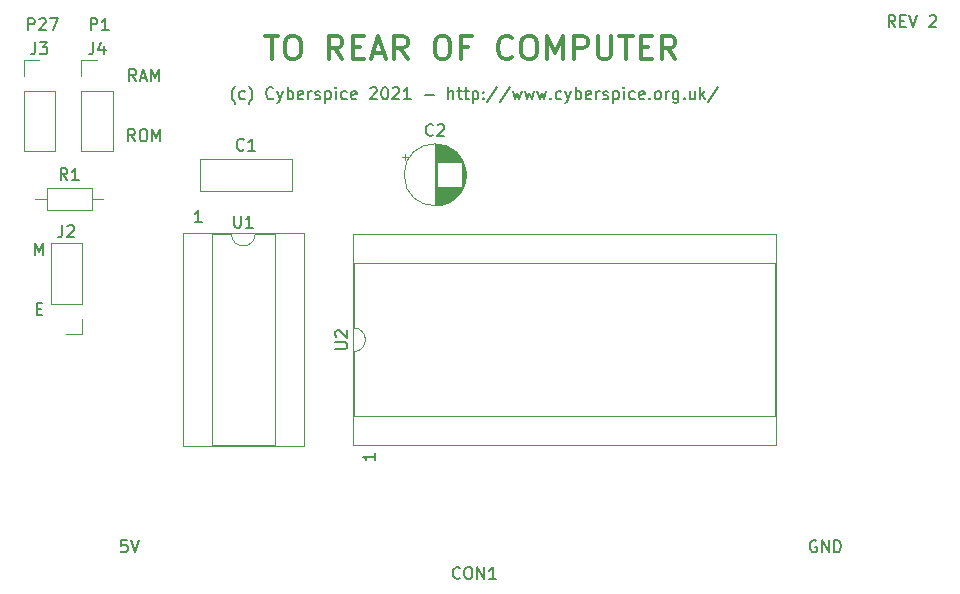
<source format=gbr>
%TF.GenerationSoftware,KiCad,Pcbnew,(5.1.9-0-10_14)*%
%TF.CreationDate,2022-01-29T10:24:00+00:00*%
%TF.ProjectId,SimpleRamFlashCartridge,53696d70-6c65-4526-916d-466c61736843,rev?*%
%TF.SameCoordinates,Original*%
%TF.FileFunction,Legend,Top*%
%TF.FilePolarity,Positive*%
%FSLAX46Y46*%
G04 Gerber Fmt 4.6, Leading zero omitted, Abs format (unit mm)*
G04 Created by KiCad (PCBNEW (5.1.9-0-10_14)) date 2022-01-29 10:24:00*
%MOMM*%
%LPD*%
G01*
G04 APERTURE LIST*
%ADD10C,0.150000*%
%ADD11C,0.300000*%
%ADD12C,0.120000*%
G04 APERTURE END LIST*
D10*
X157535714Y-70302380D02*
X157535714Y-69302380D01*
X157916666Y-69302380D01*
X158011904Y-69350000D01*
X158059523Y-69397619D01*
X158107142Y-69492857D01*
X158107142Y-69635714D01*
X158059523Y-69730952D01*
X158011904Y-69778571D01*
X157916666Y-69826190D01*
X157535714Y-69826190D01*
X158488095Y-69397619D02*
X158535714Y-69350000D01*
X158630952Y-69302380D01*
X158869047Y-69302380D01*
X158964285Y-69350000D01*
X159011904Y-69397619D01*
X159059523Y-69492857D01*
X159059523Y-69588095D01*
X159011904Y-69730952D01*
X158440476Y-70302380D01*
X159059523Y-70302380D01*
X159392857Y-69302380D02*
X160059523Y-69302380D01*
X159630952Y-70302380D01*
X162837904Y-70302380D02*
X162837904Y-69302380D01*
X163218857Y-69302380D01*
X163314095Y-69350000D01*
X163361714Y-69397619D01*
X163409333Y-69492857D01*
X163409333Y-69635714D01*
X163361714Y-69730952D01*
X163314095Y-69778571D01*
X163218857Y-69826190D01*
X162837904Y-69826190D01*
X164361714Y-70302380D02*
X163790285Y-70302380D01*
X164076000Y-70302380D02*
X164076000Y-69302380D01*
X163980761Y-69445238D01*
X163885523Y-69540476D01*
X163790285Y-69588095D01*
X172243714Y-86558380D02*
X171672285Y-86558380D01*
X171958000Y-86558380D02*
X171958000Y-85558380D01*
X171862761Y-85701238D01*
X171767523Y-85796476D01*
X171672285Y-85844095D01*
X186888380Y-106140285D02*
X186888380Y-106711714D01*
X186888380Y-106426000D02*
X185888380Y-106426000D01*
X186031238Y-106521238D01*
X186126476Y-106616476D01*
X186174095Y-106711714D01*
X230981428Y-70048380D02*
X230648095Y-69572190D01*
X230410000Y-70048380D02*
X230410000Y-69048380D01*
X230790952Y-69048380D01*
X230886190Y-69096000D01*
X230933809Y-69143619D01*
X230981428Y-69238857D01*
X230981428Y-69381714D01*
X230933809Y-69476952D01*
X230886190Y-69524571D01*
X230790952Y-69572190D01*
X230410000Y-69572190D01*
X231410000Y-69524571D02*
X231743333Y-69524571D01*
X231886190Y-70048380D02*
X231410000Y-70048380D01*
X231410000Y-69048380D01*
X231886190Y-69048380D01*
X232171904Y-69048380D02*
X232505238Y-70048380D01*
X232838571Y-69048380D01*
X233886190Y-69143619D02*
X233933809Y-69096000D01*
X234029047Y-69048380D01*
X234267142Y-69048380D01*
X234362380Y-69096000D01*
X234410000Y-69143619D01*
X234457619Y-69238857D01*
X234457619Y-69334095D01*
X234410000Y-69476952D01*
X233838571Y-70048380D01*
X234457619Y-70048380D01*
X175087904Y-76525333D02*
X175040285Y-76477714D01*
X174945047Y-76334857D01*
X174897428Y-76239619D01*
X174849809Y-76096761D01*
X174802190Y-75858666D01*
X174802190Y-75668190D01*
X174849809Y-75430095D01*
X174897428Y-75287238D01*
X174945047Y-75192000D01*
X175040285Y-75049142D01*
X175087904Y-75001523D01*
X175897428Y-76096761D02*
X175802190Y-76144380D01*
X175611714Y-76144380D01*
X175516476Y-76096761D01*
X175468857Y-76049142D01*
X175421238Y-75953904D01*
X175421238Y-75668190D01*
X175468857Y-75572952D01*
X175516476Y-75525333D01*
X175611714Y-75477714D01*
X175802190Y-75477714D01*
X175897428Y-75525333D01*
X176230761Y-76525333D02*
X176278380Y-76477714D01*
X176373619Y-76334857D01*
X176421238Y-76239619D01*
X176468857Y-76096761D01*
X176516476Y-75858666D01*
X176516476Y-75668190D01*
X176468857Y-75430095D01*
X176421238Y-75287238D01*
X176373619Y-75192000D01*
X176278380Y-75049142D01*
X176230761Y-75001523D01*
X178326000Y-76049142D02*
X178278380Y-76096761D01*
X178135523Y-76144380D01*
X178040285Y-76144380D01*
X177897428Y-76096761D01*
X177802190Y-76001523D01*
X177754571Y-75906285D01*
X177706952Y-75715809D01*
X177706952Y-75572952D01*
X177754571Y-75382476D01*
X177802190Y-75287238D01*
X177897428Y-75192000D01*
X178040285Y-75144380D01*
X178135523Y-75144380D01*
X178278380Y-75192000D01*
X178326000Y-75239619D01*
X178659333Y-75477714D02*
X178897428Y-76144380D01*
X179135523Y-75477714D02*
X178897428Y-76144380D01*
X178802190Y-76382476D01*
X178754571Y-76430095D01*
X178659333Y-76477714D01*
X179516476Y-76144380D02*
X179516476Y-75144380D01*
X179516476Y-75525333D02*
X179611714Y-75477714D01*
X179802190Y-75477714D01*
X179897428Y-75525333D01*
X179945047Y-75572952D01*
X179992666Y-75668190D01*
X179992666Y-75953904D01*
X179945047Y-76049142D01*
X179897428Y-76096761D01*
X179802190Y-76144380D01*
X179611714Y-76144380D01*
X179516476Y-76096761D01*
X180802190Y-76096761D02*
X180706952Y-76144380D01*
X180516476Y-76144380D01*
X180421238Y-76096761D01*
X180373619Y-76001523D01*
X180373619Y-75620571D01*
X180421238Y-75525333D01*
X180516476Y-75477714D01*
X180706952Y-75477714D01*
X180802190Y-75525333D01*
X180849809Y-75620571D01*
X180849809Y-75715809D01*
X180373619Y-75811047D01*
X181278380Y-76144380D02*
X181278380Y-75477714D01*
X181278380Y-75668190D02*
X181326000Y-75572952D01*
X181373619Y-75525333D01*
X181468857Y-75477714D01*
X181564095Y-75477714D01*
X181849809Y-76096761D02*
X181945047Y-76144380D01*
X182135523Y-76144380D01*
X182230761Y-76096761D01*
X182278380Y-76001523D01*
X182278380Y-75953904D01*
X182230761Y-75858666D01*
X182135523Y-75811047D01*
X181992666Y-75811047D01*
X181897428Y-75763428D01*
X181849809Y-75668190D01*
X181849809Y-75620571D01*
X181897428Y-75525333D01*
X181992666Y-75477714D01*
X182135523Y-75477714D01*
X182230761Y-75525333D01*
X182706952Y-75477714D02*
X182706952Y-76477714D01*
X182706952Y-75525333D02*
X182802190Y-75477714D01*
X182992666Y-75477714D01*
X183087904Y-75525333D01*
X183135523Y-75572952D01*
X183183142Y-75668190D01*
X183183142Y-75953904D01*
X183135523Y-76049142D01*
X183087904Y-76096761D01*
X182992666Y-76144380D01*
X182802190Y-76144380D01*
X182706952Y-76096761D01*
X183611714Y-76144380D02*
X183611714Y-75477714D01*
X183611714Y-75144380D02*
X183564095Y-75192000D01*
X183611714Y-75239619D01*
X183659333Y-75192000D01*
X183611714Y-75144380D01*
X183611714Y-75239619D01*
X184516476Y-76096761D02*
X184421238Y-76144380D01*
X184230761Y-76144380D01*
X184135523Y-76096761D01*
X184087904Y-76049142D01*
X184040285Y-75953904D01*
X184040285Y-75668190D01*
X184087904Y-75572952D01*
X184135523Y-75525333D01*
X184230761Y-75477714D01*
X184421238Y-75477714D01*
X184516476Y-75525333D01*
X185326000Y-76096761D02*
X185230761Y-76144380D01*
X185040285Y-76144380D01*
X184945047Y-76096761D01*
X184897428Y-76001523D01*
X184897428Y-75620571D01*
X184945047Y-75525333D01*
X185040285Y-75477714D01*
X185230761Y-75477714D01*
X185326000Y-75525333D01*
X185373619Y-75620571D01*
X185373619Y-75715809D01*
X184897428Y-75811047D01*
X186516476Y-75239619D02*
X186564095Y-75192000D01*
X186659333Y-75144380D01*
X186897428Y-75144380D01*
X186992666Y-75192000D01*
X187040285Y-75239619D01*
X187087904Y-75334857D01*
X187087904Y-75430095D01*
X187040285Y-75572952D01*
X186468857Y-76144380D01*
X187087904Y-76144380D01*
X187706952Y-75144380D02*
X187802190Y-75144380D01*
X187897428Y-75192000D01*
X187945047Y-75239619D01*
X187992666Y-75334857D01*
X188040285Y-75525333D01*
X188040285Y-75763428D01*
X187992666Y-75953904D01*
X187945047Y-76049142D01*
X187897428Y-76096761D01*
X187802190Y-76144380D01*
X187706952Y-76144380D01*
X187611714Y-76096761D01*
X187564095Y-76049142D01*
X187516476Y-75953904D01*
X187468857Y-75763428D01*
X187468857Y-75525333D01*
X187516476Y-75334857D01*
X187564095Y-75239619D01*
X187611714Y-75192000D01*
X187706952Y-75144380D01*
X188421238Y-75239619D02*
X188468857Y-75192000D01*
X188564095Y-75144380D01*
X188802190Y-75144380D01*
X188897428Y-75192000D01*
X188945047Y-75239619D01*
X188992666Y-75334857D01*
X188992666Y-75430095D01*
X188945047Y-75572952D01*
X188373619Y-76144380D01*
X188992666Y-76144380D01*
X189945047Y-76144380D02*
X189373619Y-76144380D01*
X189659333Y-76144380D02*
X189659333Y-75144380D01*
X189564095Y-75287238D01*
X189468857Y-75382476D01*
X189373619Y-75430095D01*
X191135523Y-75763428D02*
X191897428Y-75763428D01*
X193135523Y-76144380D02*
X193135523Y-75144380D01*
X193564095Y-76144380D02*
X193564095Y-75620571D01*
X193516476Y-75525333D01*
X193421238Y-75477714D01*
X193278380Y-75477714D01*
X193183142Y-75525333D01*
X193135523Y-75572952D01*
X193897428Y-75477714D02*
X194278380Y-75477714D01*
X194040285Y-75144380D02*
X194040285Y-76001523D01*
X194087904Y-76096761D01*
X194183142Y-76144380D01*
X194278380Y-76144380D01*
X194468857Y-75477714D02*
X194849809Y-75477714D01*
X194611714Y-75144380D02*
X194611714Y-76001523D01*
X194659333Y-76096761D01*
X194754571Y-76144380D01*
X194849809Y-76144380D01*
X195183142Y-75477714D02*
X195183142Y-76477714D01*
X195183142Y-75525333D02*
X195278380Y-75477714D01*
X195468857Y-75477714D01*
X195564095Y-75525333D01*
X195611714Y-75572952D01*
X195659333Y-75668190D01*
X195659333Y-75953904D01*
X195611714Y-76049142D01*
X195564095Y-76096761D01*
X195468857Y-76144380D01*
X195278380Y-76144380D01*
X195183142Y-76096761D01*
X196087904Y-76049142D02*
X196135523Y-76096761D01*
X196087904Y-76144380D01*
X196040285Y-76096761D01*
X196087904Y-76049142D01*
X196087904Y-76144380D01*
X196087904Y-75525333D02*
X196135523Y-75572952D01*
X196087904Y-75620571D01*
X196040285Y-75572952D01*
X196087904Y-75525333D01*
X196087904Y-75620571D01*
X197278380Y-75096761D02*
X196421238Y-76382476D01*
X198326000Y-75096761D02*
X197468857Y-76382476D01*
X198564095Y-75477714D02*
X198754571Y-76144380D01*
X198945047Y-75668190D01*
X199135523Y-76144380D01*
X199326000Y-75477714D01*
X199611714Y-75477714D02*
X199802190Y-76144380D01*
X199992666Y-75668190D01*
X200183142Y-76144380D01*
X200373619Y-75477714D01*
X200659333Y-75477714D02*
X200849809Y-76144380D01*
X201040285Y-75668190D01*
X201230761Y-76144380D01*
X201421238Y-75477714D01*
X201802190Y-76049142D02*
X201849809Y-76096761D01*
X201802190Y-76144380D01*
X201754571Y-76096761D01*
X201802190Y-76049142D01*
X201802190Y-76144380D01*
X202706952Y-76096761D02*
X202611714Y-76144380D01*
X202421238Y-76144380D01*
X202326000Y-76096761D01*
X202278380Y-76049142D01*
X202230761Y-75953904D01*
X202230761Y-75668190D01*
X202278380Y-75572952D01*
X202326000Y-75525333D01*
X202421238Y-75477714D01*
X202611714Y-75477714D01*
X202706952Y-75525333D01*
X203040285Y-75477714D02*
X203278380Y-76144380D01*
X203516476Y-75477714D02*
X203278380Y-76144380D01*
X203183142Y-76382476D01*
X203135523Y-76430095D01*
X203040285Y-76477714D01*
X203897428Y-76144380D02*
X203897428Y-75144380D01*
X203897428Y-75525333D02*
X203992666Y-75477714D01*
X204183142Y-75477714D01*
X204278380Y-75525333D01*
X204326000Y-75572952D01*
X204373619Y-75668190D01*
X204373619Y-75953904D01*
X204326000Y-76049142D01*
X204278380Y-76096761D01*
X204183142Y-76144380D01*
X203992666Y-76144380D01*
X203897428Y-76096761D01*
X205183142Y-76096761D02*
X205087904Y-76144380D01*
X204897428Y-76144380D01*
X204802190Y-76096761D01*
X204754571Y-76001523D01*
X204754571Y-75620571D01*
X204802190Y-75525333D01*
X204897428Y-75477714D01*
X205087904Y-75477714D01*
X205183142Y-75525333D01*
X205230761Y-75620571D01*
X205230761Y-75715809D01*
X204754571Y-75811047D01*
X205659333Y-76144380D02*
X205659333Y-75477714D01*
X205659333Y-75668190D02*
X205706952Y-75572952D01*
X205754571Y-75525333D01*
X205849809Y-75477714D01*
X205945047Y-75477714D01*
X206230761Y-76096761D02*
X206326000Y-76144380D01*
X206516476Y-76144380D01*
X206611714Y-76096761D01*
X206659333Y-76001523D01*
X206659333Y-75953904D01*
X206611714Y-75858666D01*
X206516476Y-75811047D01*
X206373619Y-75811047D01*
X206278380Y-75763428D01*
X206230761Y-75668190D01*
X206230761Y-75620571D01*
X206278380Y-75525333D01*
X206373619Y-75477714D01*
X206516476Y-75477714D01*
X206611714Y-75525333D01*
X207087904Y-75477714D02*
X207087904Y-76477714D01*
X207087904Y-75525333D02*
X207183142Y-75477714D01*
X207373619Y-75477714D01*
X207468857Y-75525333D01*
X207516476Y-75572952D01*
X207564095Y-75668190D01*
X207564095Y-75953904D01*
X207516476Y-76049142D01*
X207468857Y-76096761D01*
X207373619Y-76144380D01*
X207183142Y-76144380D01*
X207087904Y-76096761D01*
X207992666Y-76144380D02*
X207992666Y-75477714D01*
X207992666Y-75144380D02*
X207945047Y-75192000D01*
X207992666Y-75239619D01*
X208040285Y-75192000D01*
X207992666Y-75144380D01*
X207992666Y-75239619D01*
X208897428Y-76096761D02*
X208802190Y-76144380D01*
X208611714Y-76144380D01*
X208516476Y-76096761D01*
X208468857Y-76049142D01*
X208421238Y-75953904D01*
X208421238Y-75668190D01*
X208468857Y-75572952D01*
X208516476Y-75525333D01*
X208611714Y-75477714D01*
X208802190Y-75477714D01*
X208897428Y-75525333D01*
X209706952Y-76096761D02*
X209611714Y-76144380D01*
X209421238Y-76144380D01*
X209326000Y-76096761D01*
X209278380Y-76001523D01*
X209278380Y-75620571D01*
X209326000Y-75525333D01*
X209421238Y-75477714D01*
X209611714Y-75477714D01*
X209706952Y-75525333D01*
X209754571Y-75620571D01*
X209754571Y-75715809D01*
X209278380Y-75811047D01*
X210183142Y-76049142D02*
X210230761Y-76096761D01*
X210183142Y-76144380D01*
X210135523Y-76096761D01*
X210183142Y-76049142D01*
X210183142Y-76144380D01*
X210802190Y-76144380D02*
X210706952Y-76096761D01*
X210659333Y-76049142D01*
X210611714Y-75953904D01*
X210611714Y-75668190D01*
X210659333Y-75572952D01*
X210706952Y-75525333D01*
X210802190Y-75477714D01*
X210945047Y-75477714D01*
X211040285Y-75525333D01*
X211087904Y-75572952D01*
X211135523Y-75668190D01*
X211135523Y-75953904D01*
X211087904Y-76049142D01*
X211040285Y-76096761D01*
X210945047Y-76144380D01*
X210802190Y-76144380D01*
X211564095Y-76144380D02*
X211564095Y-75477714D01*
X211564095Y-75668190D02*
X211611714Y-75572952D01*
X211659333Y-75525333D01*
X211754571Y-75477714D01*
X211849809Y-75477714D01*
X212611714Y-75477714D02*
X212611714Y-76287238D01*
X212564095Y-76382476D01*
X212516476Y-76430095D01*
X212421238Y-76477714D01*
X212278380Y-76477714D01*
X212183142Y-76430095D01*
X212611714Y-76096761D02*
X212516476Y-76144380D01*
X212326000Y-76144380D01*
X212230761Y-76096761D01*
X212183142Y-76049142D01*
X212135523Y-75953904D01*
X212135523Y-75668190D01*
X212183142Y-75572952D01*
X212230761Y-75525333D01*
X212326000Y-75477714D01*
X212516476Y-75477714D01*
X212611714Y-75525333D01*
X213087904Y-76049142D02*
X213135523Y-76096761D01*
X213087904Y-76144380D01*
X213040285Y-76096761D01*
X213087904Y-76049142D01*
X213087904Y-76144380D01*
X213992666Y-75477714D02*
X213992666Y-76144380D01*
X213564095Y-75477714D02*
X213564095Y-76001523D01*
X213611714Y-76096761D01*
X213706952Y-76144380D01*
X213849809Y-76144380D01*
X213945047Y-76096761D01*
X213992666Y-76049142D01*
X214468857Y-76144380D02*
X214468857Y-75144380D01*
X214564095Y-75763428D02*
X214849809Y-76144380D01*
X214849809Y-75477714D02*
X214468857Y-75858666D01*
X215992666Y-75096761D02*
X215135523Y-76382476D01*
X165925523Y-113498380D02*
X165449333Y-113498380D01*
X165401714Y-113974571D01*
X165449333Y-113926952D01*
X165544571Y-113879333D01*
X165782666Y-113879333D01*
X165877904Y-113926952D01*
X165925523Y-113974571D01*
X165973142Y-114069809D01*
X165973142Y-114307904D01*
X165925523Y-114403142D01*
X165877904Y-114450761D01*
X165782666Y-114498380D01*
X165544571Y-114498380D01*
X165449333Y-114450761D01*
X165401714Y-114403142D01*
X166258857Y-113498380D02*
X166592190Y-114498380D01*
X166925523Y-113498380D01*
X224282095Y-113546000D02*
X224186857Y-113498380D01*
X224044000Y-113498380D01*
X223901142Y-113546000D01*
X223805904Y-113641238D01*
X223758285Y-113736476D01*
X223710666Y-113926952D01*
X223710666Y-114069809D01*
X223758285Y-114260285D01*
X223805904Y-114355523D01*
X223901142Y-114450761D01*
X224044000Y-114498380D01*
X224139238Y-114498380D01*
X224282095Y-114450761D01*
X224329714Y-114403142D01*
X224329714Y-114069809D01*
X224139238Y-114069809D01*
X224758285Y-114498380D02*
X224758285Y-113498380D01*
X225329714Y-114498380D01*
X225329714Y-113498380D01*
X225805904Y-114498380D02*
X225805904Y-113498380D01*
X226044000Y-113498380D01*
X226186857Y-113546000D01*
X226282095Y-113641238D01*
X226329714Y-113736476D01*
X226377333Y-113926952D01*
X226377333Y-114069809D01*
X226329714Y-114260285D01*
X226282095Y-114355523D01*
X226186857Y-114450761D01*
X226044000Y-114498380D01*
X225805904Y-114498380D01*
X166600285Y-79700380D02*
X166266952Y-79224190D01*
X166028857Y-79700380D02*
X166028857Y-78700380D01*
X166409809Y-78700380D01*
X166505047Y-78748000D01*
X166552666Y-78795619D01*
X166600285Y-78890857D01*
X166600285Y-79033714D01*
X166552666Y-79128952D01*
X166505047Y-79176571D01*
X166409809Y-79224190D01*
X166028857Y-79224190D01*
X167219333Y-78700380D02*
X167409809Y-78700380D01*
X167505047Y-78748000D01*
X167600285Y-78843238D01*
X167647904Y-79033714D01*
X167647904Y-79367047D01*
X167600285Y-79557523D01*
X167505047Y-79652761D01*
X167409809Y-79700380D01*
X167219333Y-79700380D01*
X167124095Y-79652761D01*
X167028857Y-79557523D01*
X166981238Y-79367047D01*
X166981238Y-79033714D01*
X167028857Y-78843238D01*
X167124095Y-78748000D01*
X167219333Y-78700380D01*
X168076476Y-79700380D02*
X168076476Y-78700380D01*
X168409809Y-79414666D01*
X168743142Y-78700380D01*
X168743142Y-79700380D01*
X166695523Y-74620380D02*
X166362190Y-74144190D01*
X166124095Y-74620380D02*
X166124095Y-73620380D01*
X166505047Y-73620380D01*
X166600285Y-73668000D01*
X166647904Y-73715619D01*
X166695523Y-73810857D01*
X166695523Y-73953714D01*
X166647904Y-74048952D01*
X166600285Y-74096571D01*
X166505047Y-74144190D01*
X166124095Y-74144190D01*
X167076476Y-74334666D02*
X167552666Y-74334666D01*
X166981238Y-74620380D02*
X167314571Y-73620380D01*
X167647904Y-74620380D01*
X167981238Y-74620380D02*
X167981238Y-73620380D01*
X168314571Y-74334666D01*
X168647904Y-73620380D01*
X168647904Y-74620380D01*
X158281714Y-93908571D02*
X158615047Y-93908571D01*
X158757904Y-94432380D02*
X158281714Y-94432380D01*
X158281714Y-93432380D01*
X158757904Y-93432380D01*
X158162666Y-89352380D02*
X158162666Y-88352380D01*
X158496000Y-89066666D01*
X158829333Y-88352380D01*
X158829333Y-89352380D01*
D11*
X177595809Y-70786761D02*
X178738666Y-70786761D01*
X178167238Y-72786761D02*
X178167238Y-70786761D01*
X179786285Y-70786761D02*
X180167238Y-70786761D01*
X180357714Y-70882000D01*
X180548190Y-71072476D01*
X180643428Y-71453428D01*
X180643428Y-72120095D01*
X180548190Y-72501047D01*
X180357714Y-72691523D01*
X180167238Y-72786761D01*
X179786285Y-72786761D01*
X179595809Y-72691523D01*
X179405333Y-72501047D01*
X179310095Y-72120095D01*
X179310095Y-71453428D01*
X179405333Y-71072476D01*
X179595809Y-70882000D01*
X179786285Y-70786761D01*
X184167238Y-72786761D02*
X183500571Y-71834380D01*
X183024380Y-72786761D02*
X183024380Y-70786761D01*
X183786285Y-70786761D01*
X183976761Y-70882000D01*
X184072000Y-70977238D01*
X184167238Y-71167714D01*
X184167238Y-71453428D01*
X184072000Y-71643904D01*
X183976761Y-71739142D01*
X183786285Y-71834380D01*
X183024380Y-71834380D01*
X185024380Y-71739142D02*
X185691047Y-71739142D01*
X185976761Y-72786761D02*
X185024380Y-72786761D01*
X185024380Y-70786761D01*
X185976761Y-70786761D01*
X186738666Y-72215333D02*
X187691047Y-72215333D01*
X186548190Y-72786761D02*
X187214857Y-70786761D01*
X187881523Y-72786761D01*
X189691047Y-72786761D02*
X189024380Y-71834380D01*
X188548190Y-72786761D02*
X188548190Y-70786761D01*
X189310095Y-70786761D01*
X189500571Y-70882000D01*
X189595809Y-70977238D01*
X189691047Y-71167714D01*
X189691047Y-71453428D01*
X189595809Y-71643904D01*
X189500571Y-71739142D01*
X189310095Y-71834380D01*
X188548190Y-71834380D01*
X192452952Y-70786761D02*
X192833904Y-70786761D01*
X193024380Y-70882000D01*
X193214857Y-71072476D01*
X193310095Y-71453428D01*
X193310095Y-72120095D01*
X193214857Y-72501047D01*
X193024380Y-72691523D01*
X192833904Y-72786761D01*
X192452952Y-72786761D01*
X192262476Y-72691523D01*
X192072000Y-72501047D01*
X191976761Y-72120095D01*
X191976761Y-71453428D01*
X192072000Y-71072476D01*
X192262476Y-70882000D01*
X192452952Y-70786761D01*
X194833904Y-71739142D02*
X194167238Y-71739142D01*
X194167238Y-72786761D02*
X194167238Y-70786761D01*
X195119619Y-70786761D01*
X198548190Y-72596285D02*
X198452952Y-72691523D01*
X198167238Y-72786761D01*
X197976761Y-72786761D01*
X197691047Y-72691523D01*
X197500571Y-72501047D01*
X197405333Y-72310571D01*
X197310095Y-71929619D01*
X197310095Y-71643904D01*
X197405333Y-71262952D01*
X197500571Y-71072476D01*
X197691047Y-70882000D01*
X197976761Y-70786761D01*
X198167238Y-70786761D01*
X198452952Y-70882000D01*
X198548190Y-70977238D01*
X199786285Y-70786761D02*
X200167238Y-70786761D01*
X200357714Y-70882000D01*
X200548190Y-71072476D01*
X200643428Y-71453428D01*
X200643428Y-72120095D01*
X200548190Y-72501047D01*
X200357714Y-72691523D01*
X200167238Y-72786761D01*
X199786285Y-72786761D01*
X199595809Y-72691523D01*
X199405333Y-72501047D01*
X199310095Y-72120095D01*
X199310095Y-71453428D01*
X199405333Y-71072476D01*
X199595809Y-70882000D01*
X199786285Y-70786761D01*
X201500571Y-72786761D02*
X201500571Y-70786761D01*
X202167238Y-72215333D01*
X202833904Y-70786761D01*
X202833904Y-72786761D01*
X203786285Y-72786761D02*
X203786285Y-70786761D01*
X204548190Y-70786761D01*
X204738666Y-70882000D01*
X204833904Y-70977238D01*
X204929142Y-71167714D01*
X204929142Y-71453428D01*
X204833904Y-71643904D01*
X204738666Y-71739142D01*
X204548190Y-71834380D01*
X203786285Y-71834380D01*
X205786285Y-70786761D02*
X205786285Y-72405809D01*
X205881523Y-72596285D01*
X205976761Y-72691523D01*
X206167238Y-72786761D01*
X206548190Y-72786761D01*
X206738666Y-72691523D01*
X206833904Y-72596285D01*
X206929142Y-72405809D01*
X206929142Y-70786761D01*
X207595809Y-70786761D02*
X208738666Y-70786761D01*
X208167238Y-72786761D02*
X208167238Y-70786761D01*
X209405333Y-71739142D02*
X210072000Y-71739142D01*
X210357714Y-72786761D02*
X209405333Y-72786761D01*
X209405333Y-70786761D01*
X210357714Y-70786761D01*
X212357714Y-72786761D02*
X211691047Y-71834380D01*
X211214857Y-72786761D02*
X211214857Y-70786761D01*
X211976761Y-70786761D01*
X212167238Y-70882000D01*
X212262476Y-70977238D01*
X212357714Y-71167714D01*
X212357714Y-71453428D01*
X212262476Y-71643904D01*
X212167238Y-71739142D01*
X211976761Y-71834380D01*
X211214857Y-71834380D01*
D12*
%TO.C,C2*%
X189449225Y-80825000D02*
X189449225Y-81325000D01*
X189199225Y-81075000D02*
X189699225Y-81075000D01*
X194605000Y-82266000D02*
X194605000Y-82834000D01*
X194565000Y-82032000D02*
X194565000Y-83068000D01*
X194525000Y-81873000D02*
X194525000Y-83227000D01*
X194485000Y-81745000D02*
X194485000Y-83355000D01*
X194445000Y-81635000D02*
X194445000Y-83465000D01*
X194405000Y-81539000D02*
X194405000Y-83561000D01*
X194365000Y-81452000D02*
X194365000Y-83648000D01*
X194325000Y-81372000D02*
X194325000Y-83728000D01*
X194285000Y-83590000D02*
X194285000Y-83801000D01*
X194285000Y-81299000D02*
X194285000Y-81510000D01*
X194245000Y-83590000D02*
X194245000Y-83869000D01*
X194245000Y-81231000D02*
X194245000Y-81510000D01*
X194205000Y-83590000D02*
X194205000Y-83933000D01*
X194205000Y-81167000D02*
X194205000Y-81510000D01*
X194165000Y-83590000D02*
X194165000Y-83993000D01*
X194165000Y-81107000D02*
X194165000Y-81510000D01*
X194125000Y-83590000D02*
X194125000Y-84050000D01*
X194125000Y-81050000D02*
X194125000Y-81510000D01*
X194085000Y-83590000D02*
X194085000Y-84104000D01*
X194085000Y-80996000D02*
X194085000Y-81510000D01*
X194045000Y-83590000D02*
X194045000Y-84155000D01*
X194045000Y-80945000D02*
X194045000Y-81510000D01*
X194005000Y-83590000D02*
X194005000Y-84203000D01*
X194005000Y-80897000D02*
X194005000Y-81510000D01*
X193965000Y-83590000D02*
X193965000Y-84249000D01*
X193965000Y-80851000D02*
X193965000Y-81510000D01*
X193925000Y-83590000D02*
X193925000Y-84293000D01*
X193925000Y-80807000D02*
X193925000Y-81510000D01*
X193885000Y-83590000D02*
X193885000Y-84335000D01*
X193885000Y-80765000D02*
X193885000Y-81510000D01*
X193845000Y-83590000D02*
X193845000Y-84376000D01*
X193845000Y-80724000D02*
X193845000Y-81510000D01*
X193805000Y-83590000D02*
X193805000Y-84414000D01*
X193805000Y-80686000D02*
X193805000Y-81510000D01*
X193765000Y-83590000D02*
X193765000Y-84451000D01*
X193765000Y-80649000D02*
X193765000Y-81510000D01*
X193725000Y-83590000D02*
X193725000Y-84487000D01*
X193725000Y-80613000D02*
X193725000Y-81510000D01*
X193685000Y-83590000D02*
X193685000Y-84521000D01*
X193685000Y-80579000D02*
X193685000Y-81510000D01*
X193645000Y-83590000D02*
X193645000Y-84554000D01*
X193645000Y-80546000D02*
X193645000Y-81510000D01*
X193605000Y-83590000D02*
X193605000Y-84585000D01*
X193605000Y-80515000D02*
X193605000Y-81510000D01*
X193565000Y-83590000D02*
X193565000Y-84615000D01*
X193565000Y-80485000D02*
X193565000Y-81510000D01*
X193525000Y-83590000D02*
X193525000Y-84645000D01*
X193525000Y-80455000D02*
X193525000Y-81510000D01*
X193485000Y-83590000D02*
X193485000Y-84672000D01*
X193485000Y-80428000D02*
X193485000Y-81510000D01*
X193445000Y-83590000D02*
X193445000Y-84699000D01*
X193445000Y-80401000D02*
X193445000Y-81510000D01*
X193405000Y-83590000D02*
X193405000Y-84725000D01*
X193405000Y-80375000D02*
X193405000Y-81510000D01*
X193365000Y-83590000D02*
X193365000Y-84750000D01*
X193365000Y-80350000D02*
X193365000Y-81510000D01*
X193325000Y-83590000D02*
X193325000Y-84774000D01*
X193325000Y-80326000D02*
X193325000Y-81510000D01*
X193285000Y-83590000D02*
X193285000Y-84797000D01*
X193285000Y-80303000D02*
X193285000Y-81510000D01*
X193245000Y-83590000D02*
X193245000Y-84818000D01*
X193245000Y-80282000D02*
X193245000Y-81510000D01*
X193205000Y-83590000D02*
X193205000Y-84840000D01*
X193205000Y-80260000D02*
X193205000Y-81510000D01*
X193165000Y-83590000D02*
X193165000Y-84860000D01*
X193165000Y-80240000D02*
X193165000Y-81510000D01*
X193125000Y-83590000D02*
X193125000Y-84879000D01*
X193125000Y-80221000D02*
X193125000Y-81510000D01*
X193085000Y-83590000D02*
X193085000Y-84898000D01*
X193085000Y-80202000D02*
X193085000Y-81510000D01*
X193045000Y-83590000D02*
X193045000Y-84915000D01*
X193045000Y-80185000D02*
X193045000Y-81510000D01*
X193005000Y-83590000D02*
X193005000Y-84932000D01*
X193005000Y-80168000D02*
X193005000Y-81510000D01*
X192965000Y-83590000D02*
X192965000Y-84948000D01*
X192965000Y-80152000D02*
X192965000Y-81510000D01*
X192925000Y-83590000D02*
X192925000Y-84964000D01*
X192925000Y-80136000D02*
X192925000Y-81510000D01*
X192885000Y-83590000D02*
X192885000Y-84978000D01*
X192885000Y-80122000D02*
X192885000Y-81510000D01*
X192845000Y-83590000D02*
X192845000Y-84992000D01*
X192845000Y-80108000D02*
X192845000Y-81510000D01*
X192805000Y-83590000D02*
X192805000Y-85005000D01*
X192805000Y-80095000D02*
X192805000Y-81510000D01*
X192765000Y-83590000D02*
X192765000Y-85018000D01*
X192765000Y-80082000D02*
X192765000Y-81510000D01*
X192725000Y-83590000D02*
X192725000Y-85030000D01*
X192725000Y-80070000D02*
X192725000Y-81510000D01*
X192684000Y-83590000D02*
X192684000Y-85041000D01*
X192684000Y-80059000D02*
X192684000Y-81510000D01*
X192644000Y-83590000D02*
X192644000Y-85051000D01*
X192644000Y-80049000D02*
X192644000Y-81510000D01*
X192604000Y-83590000D02*
X192604000Y-85061000D01*
X192604000Y-80039000D02*
X192604000Y-81510000D01*
X192564000Y-83590000D02*
X192564000Y-85070000D01*
X192564000Y-80030000D02*
X192564000Y-81510000D01*
X192524000Y-83590000D02*
X192524000Y-85078000D01*
X192524000Y-80022000D02*
X192524000Y-81510000D01*
X192484000Y-83590000D02*
X192484000Y-85086000D01*
X192484000Y-80014000D02*
X192484000Y-81510000D01*
X192444000Y-83590000D02*
X192444000Y-85093000D01*
X192444000Y-80007000D02*
X192444000Y-81510000D01*
X192404000Y-83590000D02*
X192404000Y-85100000D01*
X192404000Y-80000000D02*
X192404000Y-81510000D01*
X192364000Y-83590000D02*
X192364000Y-85106000D01*
X192364000Y-79994000D02*
X192364000Y-81510000D01*
X192324000Y-83590000D02*
X192324000Y-85111000D01*
X192324000Y-79989000D02*
X192324000Y-81510000D01*
X192284000Y-83590000D02*
X192284000Y-85115000D01*
X192284000Y-79985000D02*
X192284000Y-81510000D01*
X192244000Y-83590000D02*
X192244000Y-85119000D01*
X192244000Y-79981000D02*
X192244000Y-81510000D01*
X192204000Y-79977000D02*
X192204000Y-85123000D01*
X192164000Y-79974000D02*
X192164000Y-85126000D01*
X192124000Y-79972000D02*
X192124000Y-85128000D01*
X192084000Y-79971000D02*
X192084000Y-85129000D01*
X192044000Y-79970000D02*
X192044000Y-85130000D01*
X192004000Y-79970000D02*
X192004000Y-85130000D01*
X194624000Y-82550000D02*
G75*
G03*
X194624000Y-82550000I-2620000J0D01*
G01*
%TO.C,R1*%
X162956000Y-85502000D02*
X162956000Y-83662000D01*
X162956000Y-83662000D02*
X159116000Y-83662000D01*
X159116000Y-83662000D02*
X159116000Y-85502000D01*
X159116000Y-85502000D02*
X162956000Y-85502000D01*
X163906000Y-84582000D02*
X162956000Y-84582000D01*
X158166000Y-84582000D02*
X159116000Y-84582000D01*
%TO.C,U2*%
X185046000Y-87570000D02*
X185046000Y-105470000D01*
X220846000Y-87570000D02*
X185046000Y-87570000D01*
X220846000Y-105470000D02*
X220846000Y-87570000D01*
X185046000Y-105470000D02*
X220846000Y-105470000D01*
X185106000Y-90060000D02*
X185106000Y-95520000D01*
X220786000Y-90060000D02*
X185106000Y-90060000D01*
X220786000Y-102980000D02*
X220786000Y-90060000D01*
X185106000Y-102980000D02*
X220786000Y-102980000D01*
X185106000Y-97520000D02*
X185106000Y-102980000D01*
X185106000Y-95520000D02*
G75*
G02*
X185106000Y-97520000I0J-1000000D01*
G01*
%TO.C,J4*%
X162070000Y-80578000D02*
X164730000Y-80578000D01*
X162070000Y-75438000D02*
X162070000Y-80578000D01*
X164730000Y-75438000D02*
X164730000Y-80578000D01*
X162070000Y-75438000D02*
X164730000Y-75438000D01*
X162070000Y-74168000D02*
X162070000Y-72838000D01*
X162070000Y-72838000D02*
X163400000Y-72838000D01*
%TO.C,J3*%
X157166000Y-80578000D02*
X159826000Y-80578000D01*
X157166000Y-75438000D02*
X157166000Y-80578000D01*
X159826000Y-75438000D02*
X159826000Y-80578000D01*
X157166000Y-75438000D02*
X159826000Y-75438000D01*
X157166000Y-74168000D02*
X157166000Y-72838000D01*
X157166000Y-72838000D02*
X158496000Y-72838000D01*
%TO.C,U1*%
X180908000Y-87510000D02*
X170628000Y-87510000D01*
X180908000Y-105530000D02*
X180908000Y-87510000D01*
X170628000Y-105530000D02*
X180908000Y-105530000D01*
X170628000Y-87510000D02*
X170628000Y-105530000D01*
X178418000Y-87570000D02*
X176768000Y-87570000D01*
X178418000Y-105470000D02*
X178418000Y-87570000D01*
X173118000Y-105470000D02*
X178418000Y-105470000D01*
X173118000Y-87570000D02*
X173118000Y-105470000D01*
X174768000Y-87570000D02*
X173118000Y-87570000D01*
X176768000Y-87570000D02*
G75*
G02*
X174768000Y-87570000I-1000000J0D01*
G01*
%TO.C,J2*%
X162112000Y-96072000D02*
X160782000Y-96072000D01*
X162112000Y-94742000D02*
X162112000Y-96072000D01*
X162112000Y-93472000D02*
X159452000Y-93472000D01*
X159452000Y-93472000D02*
X159452000Y-88332000D01*
X162112000Y-93472000D02*
X162112000Y-88332000D01*
X162112000Y-88332000D02*
X159452000Y-88332000D01*
%TO.C,C1*%
X179852000Y-81180000D02*
X179852000Y-83920000D01*
X172112000Y-81180000D02*
X172112000Y-83920000D01*
X172112000Y-83920000D02*
X179852000Y-83920000D01*
X172112000Y-81180000D02*
X179852000Y-81180000D01*
%TO.C,C2*%
D10*
X191837333Y-79157142D02*
X191789714Y-79204761D01*
X191646857Y-79252380D01*
X191551619Y-79252380D01*
X191408761Y-79204761D01*
X191313523Y-79109523D01*
X191265904Y-79014285D01*
X191218285Y-78823809D01*
X191218285Y-78680952D01*
X191265904Y-78490476D01*
X191313523Y-78395238D01*
X191408761Y-78300000D01*
X191551619Y-78252380D01*
X191646857Y-78252380D01*
X191789714Y-78300000D01*
X191837333Y-78347619D01*
X192218285Y-78347619D02*
X192265904Y-78300000D01*
X192361142Y-78252380D01*
X192599238Y-78252380D01*
X192694476Y-78300000D01*
X192742095Y-78347619D01*
X192789714Y-78442857D01*
X192789714Y-78538095D01*
X192742095Y-78680952D01*
X192170666Y-79252380D01*
X192789714Y-79252380D01*
%TO.C,R1*%
X160869333Y-83002380D02*
X160536000Y-82526190D01*
X160297904Y-83002380D02*
X160297904Y-82002380D01*
X160678857Y-82002380D01*
X160774095Y-82050000D01*
X160821714Y-82097619D01*
X160869333Y-82192857D01*
X160869333Y-82335714D01*
X160821714Y-82430952D01*
X160774095Y-82478571D01*
X160678857Y-82526190D01*
X160297904Y-82526190D01*
X161821714Y-83002380D02*
X161250285Y-83002380D01*
X161536000Y-83002380D02*
X161536000Y-82002380D01*
X161440761Y-82145238D01*
X161345523Y-82240476D01*
X161250285Y-82288095D01*
%TO.C,U2*%
X183558380Y-97281904D02*
X184367904Y-97281904D01*
X184463142Y-97234285D01*
X184510761Y-97186666D01*
X184558380Y-97091428D01*
X184558380Y-96900952D01*
X184510761Y-96805714D01*
X184463142Y-96758095D01*
X184367904Y-96710476D01*
X183558380Y-96710476D01*
X183653619Y-96281904D02*
X183606000Y-96234285D01*
X183558380Y-96139047D01*
X183558380Y-95900952D01*
X183606000Y-95805714D01*
X183653619Y-95758095D01*
X183748857Y-95710476D01*
X183844095Y-95710476D01*
X183986952Y-95758095D01*
X184558380Y-96329523D01*
X184558380Y-95710476D01*
%TO.C,J4*%
X163066666Y-71334380D02*
X163066666Y-72048666D01*
X163019047Y-72191523D01*
X162923809Y-72286761D01*
X162780952Y-72334380D01*
X162685714Y-72334380D01*
X163971428Y-71667714D02*
X163971428Y-72334380D01*
X163733333Y-71286761D02*
X163495238Y-72001047D01*
X164114285Y-72001047D01*
%TO.C,J3*%
X158162666Y-71334380D02*
X158162666Y-72048666D01*
X158115047Y-72191523D01*
X158019809Y-72286761D01*
X157876952Y-72334380D01*
X157781714Y-72334380D01*
X158543619Y-71334380D02*
X159162666Y-71334380D01*
X158829333Y-71715333D01*
X158972190Y-71715333D01*
X159067428Y-71762952D01*
X159115047Y-71810571D01*
X159162666Y-71905809D01*
X159162666Y-72143904D01*
X159115047Y-72239142D01*
X159067428Y-72286761D01*
X158972190Y-72334380D01*
X158686476Y-72334380D01*
X158591238Y-72286761D01*
X158543619Y-72239142D01*
%TO.C,CON1*%
X194111714Y-116677142D02*
X194064095Y-116724761D01*
X193921238Y-116772380D01*
X193826000Y-116772380D01*
X193683142Y-116724761D01*
X193587904Y-116629523D01*
X193540285Y-116534285D01*
X193492666Y-116343809D01*
X193492666Y-116200952D01*
X193540285Y-116010476D01*
X193587904Y-115915238D01*
X193683142Y-115820000D01*
X193826000Y-115772380D01*
X193921238Y-115772380D01*
X194064095Y-115820000D01*
X194111714Y-115867619D01*
X194730761Y-115772380D02*
X194921238Y-115772380D01*
X195016476Y-115820000D01*
X195111714Y-115915238D01*
X195159333Y-116105714D01*
X195159333Y-116439047D01*
X195111714Y-116629523D01*
X195016476Y-116724761D01*
X194921238Y-116772380D01*
X194730761Y-116772380D01*
X194635523Y-116724761D01*
X194540285Y-116629523D01*
X194492666Y-116439047D01*
X194492666Y-116105714D01*
X194540285Y-115915238D01*
X194635523Y-115820000D01*
X194730761Y-115772380D01*
X195587904Y-116772380D02*
X195587904Y-115772380D01*
X196159333Y-116772380D01*
X196159333Y-115772380D01*
X197159333Y-116772380D02*
X196587904Y-116772380D01*
X196873619Y-116772380D02*
X196873619Y-115772380D01*
X196778380Y-115915238D01*
X196683142Y-116010476D01*
X196587904Y-116058095D01*
%TO.C,U1*%
X175006095Y-86022380D02*
X175006095Y-86831904D01*
X175053714Y-86927142D01*
X175101333Y-86974761D01*
X175196571Y-87022380D01*
X175387047Y-87022380D01*
X175482285Y-86974761D01*
X175529904Y-86927142D01*
X175577523Y-86831904D01*
X175577523Y-86022380D01*
X176577523Y-87022380D02*
X176006095Y-87022380D01*
X176291809Y-87022380D02*
X176291809Y-86022380D01*
X176196571Y-86165238D01*
X176101333Y-86260476D01*
X176006095Y-86308095D01*
%TO.C,J2*%
X160448666Y-86828380D02*
X160448666Y-87542666D01*
X160401047Y-87685523D01*
X160305809Y-87780761D01*
X160162952Y-87828380D01*
X160067714Y-87828380D01*
X160877238Y-86923619D02*
X160924857Y-86876000D01*
X161020095Y-86828380D01*
X161258190Y-86828380D01*
X161353428Y-86876000D01*
X161401047Y-86923619D01*
X161448666Y-87018857D01*
X161448666Y-87114095D01*
X161401047Y-87256952D01*
X160829619Y-87828380D01*
X161448666Y-87828380D01*
%TO.C,C1*%
X175815333Y-80407142D02*
X175767714Y-80454761D01*
X175624857Y-80502380D01*
X175529619Y-80502380D01*
X175386761Y-80454761D01*
X175291523Y-80359523D01*
X175243904Y-80264285D01*
X175196285Y-80073809D01*
X175196285Y-79930952D01*
X175243904Y-79740476D01*
X175291523Y-79645238D01*
X175386761Y-79550000D01*
X175529619Y-79502380D01*
X175624857Y-79502380D01*
X175767714Y-79550000D01*
X175815333Y-79597619D01*
X176767714Y-80502380D02*
X176196285Y-80502380D01*
X176482000Y-80502380D02*
X176482000Y-79502380D01*
X176386761Y-79645238D01*
X176291523Y-79740476D01*
X176196285Y-79788095D01*
%TD*%
M02*

</source>
